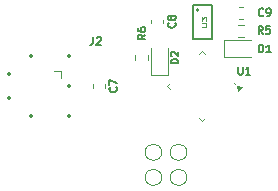
<source format=gbr>
%TF.GenerationSoftware,KiCad,Pcbnew,8.0.8*%
%TF.CreationDate,2025-03-24T11:25:52+01:00*%
%TF.ProjectId,RF_HID_dongle_test,52465f48-4944-45f6-946f-6e676c655f74,rev?*%
%TF.SameCoordinates,Original*%
%TF.FileFunction,Legend,Top*%
%TF.FilePolarity,Positive*%
%FSLAX46Y46*%
G04 Gerber Fmt 4.6, Leading zero omitted, Abs format (unit mm)*
G04 Created by KiCad (PCBNEW 8.0.8) date 2025-03-24 11:25:52*
%MOMM*%
%LPD*%
G01*
G04 APERTURE LIST*
%ADD10C,0.150000*%
%ADD11C,0.100000*%
%ADD12C,0.120000*%
%ADD13C,0.200000*%
%ADD14C,0.350000*%
G04 APERTURE END LIST*
D10*
X146920237Y-126092902D02*
X146920237Y-125442902D01*
X146920237Y-125442902D02*
X147074999Y-125442902D01*
X147074999Y-125442902D02*
X147167856Y-125473854D01*
X147167856Y-125473854D02*
X147229761Y-125535759D01*
X147229761Y-125535759D02*
X147260714Y-125597664D01*
X147260714Y-125597664D02*
X147291666Y-125721473D01*
X147291666Y-125721473D02*
X147291666Y-125814330D01*
X147291666Y-125814330D02*
X147260714Y-125938140D01*
X147260714Y-125938140D02*
X147229761Y-126000045D01*
X147229761Y-126000045D02*
X147167856Y-126061950D01*
X147167856Y-126061950D02*
X147074999Y-126092902D01*
X147074999Y-126092902D02*
X146920237Y-126092902D01*
X147910714Y-126092902D02*
X147539285Y-126092902D01*
X147724999Y-126092902D02*
X147724999Y-125442902D01*
X147724999Y-125442902D02*
X147663095Y-125535759D01*
X147663095Y-125535759D02*
X147601190Y-125597664D01*
X147601190Y-125597664D02*
X147539285Y-125628616D01*
X132883333Y-124792902D02*
X132883333Y-125257188D01*
X132883333Y-125257188D02*
X132852380Y-125350045D01*
X132852380Y-125350045D02*
X132790476Y-125411950D01*
X132790476Y-125411950D02*
X132697618Y-125442902D01*
X132697618Y-125442902D02*
X132635714Y-125442902D01*
X133161904Y-124854807D02*
X133192856Y-124823854D01*
X133192856Y-124823854D02*
X133254761Y-124792902D01*
X133254761Y-124792902D02*
X133409523Y-124792902D01*
X133409523Y-124792902D02*
X133471428Y-124823854D01*
X133471428Y-124823854D02*
X133502380Y-124854807D01*
X133502380Y-124854807D02*
X133533333Y-124916711D01*
X133533333Y-124916711D02*
X133533333Y-124978616D01*
X133533333Y-124978616D02*
X133502380Y-125071473D01*
X133502380Y-125071473D02*
X133130952Y-125442902D01*
X133130952Y-125442902D02*
X133533333Y-125442902D01*
X147291666Y-122980997D02*
X147260714Y-123011950D01*
X147260714Y-123011950D02*
X147167856Y-123042902D01*
X147167856Y-123042902D02*
X147105952Y-123042902D01*
X147105952Y-123042902D02*
X147013095Y-123011950D01*
X147013095Y-123011950D02*
X146951190Y-122950045D01*
X146951190Y-122950045D02*
X146920237Y-122888140D01*
X146920237Y-122888140D02*
X146889285Y-122764330D01*
X146889285Y-122764330D02*
X146889285Y-122671473D01*
X146889285Y-122671473D02*
X146920237Y-122547664D01*
X146920237Y-122547664D02*
X146951190Y-122485759D01*
X146951190Y-122485759D02*
X147013095Y-122423854D01*
X147013095Y-122423854D02*
X147105952Y-122392902D01*
X147105952Y-122392902D02*
X147167856Y-122392902D01*
X147167856Y-122392902D02*
X147260714Y-122423854D01*
X147260714Y-122423854D02*
X147291666Y-122454807D01*
X147601190Y-123042902D02*
X147724999Y-123042902D01*
X147724999Y-123042902D02*
X147786904Y-123011950D01*
X147786904Y-123011950D02*
X147817856Y-122980997D01*
X147817856Y-122980997D02*
X147879761Y-122888140D01*
X147879761Y-122888140D02*
X147910714Y-122764330D01*
X147910714Y-122764330D02*
X147910714Y-122516711D01*
X147910714Y-122516711D02*
X147879761Y-122454807D01*
X147879761Y-122454807D02*
X147848809Y-122423854D01*
X147848809Y-122423854D02*
X147786904Y-122392902D01*
X147786904Y-122392902D02*
X147663095Y-122392902D01*
X147663095Y-122392902D02*
X147601190Y-122423854D01*
X147601190Y-122423854D02*
X147570237Y-122454807D01*
X147570237Y-122454807D02*
X147539285Y-122516711D01*
X147539285Y-122516711D02*
X147539285Y-122671473D01*
X147539285Y-122671473D02*
X147570237Y-122733378D01*
X147570237Y-122733378D02*
X147601190Y-122764330D01*
X147601190Y-122764330D02*
X147663095Y-122795283D01*
X147663095Y-122795283D02*
X147786904Y-122795283D01*
X147786904Y-122795283D02*
X147848809Y-122764330D01*
X147848809Y-122764330D02*
X147879761Y-122733378D01*
X147879761Y-122733378D02*
X147910714Y-122671473D01*
X145154762Y-127342902D02*
X145154762Y-127869092D01*
X145154762Y-127869092D02*
X145185715Y-127930997D01*
X145185715Y-127930997D02*
X145216667Y-127961950D01*
X145216667Y-127961950D02*
X145278572Y-127992902D01*
X145278572Y-127992902D02*
X145402381Y-127992902D01*
X145402381Y-127992902D02*
X145464286Y-127961950D01*
X145464286Y-127961950D02*
X145495239Y-127930997D01*
X145495239Y-127930997D02*
X145526191Y-127869092D01*
X145526191Y-127869092D02*
X145526191Y-127342902D01*
X146176191Y-127992902D02*
X145804762Y-127992902D01*
X145990476Y-127992902D02*
X145990476Y-127342902D01*
X145990476Y-127342902D02*
X145928572Y-127435759D01*
X145928572Y-127435759D02*
X145866667Y-127497664D01*
X145866667Y-127497664D02*
X145804762Y-127528616D01*
X134830997Y-129058333D02*
X134861950Y-129089285D01*
X134861950Y-129089285D02*
X134892902Y-129182143D01*
X134892902Y-129182143D02*
X134892902Y-129244047D01*
X134892902Y-129244047D02*
X134861950Y-129336904D01*
X134861950Y-129336904D02*
X134800045Y-129398809D01*
X134800045Y-129398809D02*
X134738140Y-129429762D01*
X134738140Y-129429762D02*
X134614330Y-129460714D01*
X134614330Y-129460714D02*
X134521473Y-129460714D01*
X134521473Y-129460714D02*
X134397664Y-129429762D01*
X134397664Y-129429762D02*
X134335759Y-129398809D01*
X134335759Y-129398809D02*
X134273854Y-129336904D01*
X134273854Y-129336904D02*
X134242902Y-129244047D01*
X134242902Y-129244047D02*
X134242902Y-129182143D01*
X134242902Y-129182143D02*
X134273854Y-129089285D01*
X134273854Y-129089285D02*
X134304807Y-129058333D01*
X134242902Y-128841666D02*
X134242902Y-128408333D01*
X134242902Y-128408333D02*
X134892902Y-128686904D01*
X139780997Y-123608333D02*
X139811950Y-123639285D01*
X139811950Y-123639285D02*
X139842902Y-123732143D01*
X139842902Y-123732143D02*
X139842902Y-123794047D01*
X139842902Y-123794047D02*
X139811950Y-123886904D01*
X139811950Y-123886904D02*
X139750045Y-123948809D01*
X139750045Y-123948809D02*
X139688140Y-123979762D01*
X139688140Y-123979762D02*
X139564330Y-124010714D01*
X139564330Y-124010714D02*
X139471473Y-124010714D01*
X139471473Y-124010714D02*
X139347664Y-123979762D01*
X139347664Y-123979762D02*
X139285759Y-123948809D01*
X139285759Y-123948809D02*
X139223854Y-123886904D01*
X139223854Y-123886904D02*
X139192902Y-123794047D01*
X139192902Y-123794047D02*
X139192902Y-123732143D01*
X139192902Y-123732143D02*
X139223854Y-123639285D01*
X139223854Y-123639285D02*
X139254807Y-123608333D01*
X139471473Y-123236904D02*
X139440521Y-123298809D01*
X139440521Y-123298809D02*
X139409569Y-123329762D01*
X139409569Y-123329762D02*
X139347664Y-123360714D01*
X139347664Y-123360714D02*
X139316711Y-123360714D01*
X139316711Y-123360714D02*
X139254807Y-123329762D01*
X139254807Y-123329762D02*
X139223854Y-123298809D01*
X139223854Y-123298809D02*
X139192902Y-123236904D01*
X139192902Y-123236904D02*
X139192902Y-123113095D01*
X139192902Y-123113095D02*
X139223854Y-123051190D01*
X139223854Y-123051190D02*
X139254807Y-123020238D01*
X139254807Y-123020238D02*
X139316711Y-122989285D01*
X139316711Y-122989285D02*
X139347664Y-122989285D01*
X139347664Y-122989285D02*
X139409569Y-123020238D01*
X139409569Y-123020238D02*
X139440521Y-123051190D01*
X139440521Y-123051190D02*
X139471473Y-123113095D01*
X139471473Y-123113095D02*
X139471473Y-123236904D01*
X139471473Y-123236904D02*
X139502426Y-123298809D01*
X139502426Y-123298809D02*
X139533378Y-123329762D01*
X139533378Y-123329762D02*
X139595283Y-123360714D01*
X139595283Y-123360714D02*
X139719092Y-123360714D01*
X139719092Y-123360714D02*
X139780997Y-123329762D01*
X139780997Y-123329762D02*
X139811950Y-123298809D01*
X139811950Y-123298809D02*
X139842902Y-123236904D01*
X139842902Y-123236904D02*
X139842902Y-123113095D01*
X139842902Y-123113095D02*
X139811950Y-123051190D01*
X139811950Y-123051190D02*
X139780997Y-123020238D01*
X139780997Y-123020238D02*
X139719092Y-122989285D01*
X139719092Y-122989285D02*
X139595283Y-122989285D01*
X139595283Y-122989285D02*
X139533378Y-123020238D01*
X139533378Y-123020238D02*
X139502426Y-123051190D01*
X139502426Y-123051190D02*
X139471473Y-123113095D01*
X147241666Y-124542902D02*
X147024999Y-124233378D01*
X146870237Y-124542902D02*
X146870237Y-123892902D01*
X146870237Y-123892902D02*
X147117856Y-123892902D01*
X147117856Y-123892902D02*
X147179761Y-123923854D01*
X147179761Y-123923854D02*
X147210714Y-123954807D01*
X147210714Y-123954807D02*
X147241666Y-124016711D01*
X147241666Y-124016711D02*
X147241666Y-124109569D01*
X147241666Y-124109569D02*
X147210714Y-124171473D01*
X147210714Y-124171473D02*
X147179761Y-124202426D01*
X147179761Y-124202426D02*
X147117856Y-124233378D01*
X147117856Y-124233378D02*
X146870237Y-124233378D01*
X147829761Y-123892902D02*
X147520237Y-123892902D01*
X147520237Y-123892902D02*
X147489285Y-124202426D01*
X147489285Y-124202426D02*
X147520237Y-124171473D01*
X147520237Y-124171473D02*
X147582142Y-124140521D01*
X147582142Y-124140521D02*
X147736904Y-124140521D01*
X147736904Y-124140521D02*
X147798809Y-124171473D01*
X147798809Y-124171473D02*
X147829761Y-124202426D01*
X147829761Y-124202426D02*
X147860714Y-124264330D01*
X147860714Y-124264330D02*
X147860714Y-124419092D01*
X147860714Y-124419092D02*
X147829761Y-124480997D01*
X147829761Y-124480997D02*
X147798809Y-124511950D01*
X147798809Y-124511950D02*
X147736904Y-124542902D01*
X147736904Y-124542902D02*
X147582142Y-124542902D01*
X147582142Y-124542902D02*
X147520237Y-124511950D01*
X147520237Y-124511950D02*
X147489285Y-124480997D01*
D11*
X142059847Y-123930952D02*
X142383657Y-123930952D01*
X142383657Y-123930952D02*
X142421752Y-123907142D01*
X142421752Y-123907142D02*
X142440800Y-123883333D01*
X142440800Y-123883333D02*
X142459847Y-123835714D01*
X142459847Y-123835714D02*
X142459847Y-123740476D01*
X142459847Y-123740476D02*
X142440800Y-123692857D01*
X142440800Y-123692857D02*
X142421752Y-123669047D01*
X142421752Y-123669047D02*
X142383657Y-123645238D01*
X142383657Y-123645238D02*
X142059847Y-123645238D01*
X142059847Y-123454761D02*
X142059847Y-123145237D01*
X142059847Y-123145237D02*
X142212228Y-123311904D01*
X142212228Y-123311904D02*
X142212228Y-123240475D01*
X142212228Y-123240475D02*
X142231276Y-123192856D01*
X142231276Y-123192856D02*
X142250323Y-123169047D01*
X142250323Y-123169047D02*
X142288419Y-123145237D01*
X142288419Y-123145237D02*
X142383657Y-123145237D01*
X142383657Y-123145237D02*
X142421752Y-123169047D01*
X142421752Y-123169047D02*
X142440800Y-123192856D01*
X142440800Y-123192856D02*
X142459847Y-123240475D01*
X142459847Y-123240475D02*
X142459847Y-123383332D01*
X142459847Y-123383332D02*
X142440800Y-123430951D01*
X142440800Y-123430951D02*
X142421752Y-123454761D01*
D10*
X137292902Y-124608333D02*
X136983378Y-124825000D01*
X137292902Y-124979762D02*
X136642902Y-124979762D01*
X136642902Y-124979762D02*
X136642902Y-124732143D01*
X136642902Y-124732143D02*
X136673854Y-124670238D01*
X136673854Y-124670238D02*
X136704807Y-124639285D01*
X136704807Y-124639285D02*
X136766711Y-124608333D01*
X136766711Y-124608333D02*
X136859569Y-124608333D01*
X136859569Y-124608333D02*
X136921473Y-124639285D01*
X136921473Y-124639285D02*
X136952426Y-124670238D01*
X136952426Y-124670238D02*
X136983378Y-124732143D01*
X136983378Y-124732143D02*
X136983378Y-124979762D01*
X136642902Y-124051190D02*
X136642902Y-124175000D01*
X136642902Y-124175000D02*
X136673854Y-124236904D01*
X136673854Y-124236904D02*
X136704807Y-124267857D01*
X136704807Y-124267857D02*
X136797664Y-124329762D01*
X136797664Y-124329762D02*
X136921473Y-124360714D01*
X136921473Y-124360714D02*
X137169092Y-124360714D01*
X137169092Y-124360714D02*
X137230997Y-124329762D01*
X137230997Y-124329762D02*
X137261950Y-124298809D01*
X137261950Y-124298809D02*
X137292902Y-124236904D01*
X137292902Y-124236904D02*
X137292902Y-124113095D01*
X137292902Y-124113095D02*
X137261950Y-124051190D01*
X137261950Y-124051190D02*
X137230997Y-124020238D01*
X137230997Y-124020238D02*
X137169092Y-123989285D01*
X137169092Y-123989285D02*
X137014330Y-123989285D01*
X137014330Y-123989285D02*
X136952426Y-124020238D01*
X136952426Y-124020238D02*
X136921473Y-124051190D01*
X136921473Y-124051190D02*
X136890521Y-124113095D01*
X136890521Y-124113095D02*
X136890521Y-124236904D01*
X136890521Y-124236904D02*
X136921473Y-124298809D01*
X136921473Y-124298809D02*
X136952426Y-124329762D01*
X136952426Y-124329762D02*
X137014330Y-124360714D01*
X140092902Y-127029762D02*
X139442902Y-127029762D01*
X139442902Y-127029762D02*
X139442902Y-126875000D01*
X139442902Y-126875000D02*
X139473854Y-126782143D01*
X139473854Y-126782143D02*
X139535759Y-126720238D01*
X139535759Y-126720238D02*
X139597664Y-126689285D01*
X139597664Y-126689285D02*
X139721473Y-126658333D01*
X139721473Y-126658333D02*
X139814330Y-126658333D01*
X139814330Y-126658333D02*
X139938140Y-126689285D01*
X139938140Y-126689285D02*
X140000045Y-126720238D01*
X140000045Y-126720238D02*
X140061950Y-126782143D01*
X140061950Y-126782143D02*
X140092902Y-126875000D01*
X140092902Y-126875000D02*
X140092902Y-127029762D01*
X139504807Y-126410714D02*
X139473854Y-126379762D01*
X139473854Y-126379762D02*
X139442902Y-126317857D01*
X139442902Y-126317857D02*
X139442902Y-126163095D01*
X139442902Y-126163095D02*
X139473854Y-126101190D01*
X139473854Y-126101190D02*
X139504807Y-126070238D01*
X139504807Y-126070238D02*
X139566711Y-126039285D01*
X139566711Y-126039285D02*
X139628616Y-126039285D01*
X139628616Y-126039285D02*
X139721473Y-126070238D01*
X139721473Y-126070238D02*
X140092902Y-126441666D01*
X140092902Y-126441666D02*
X140092902Y-126039285D01*
D12*
%TO.C,D1*%
X143915000Y-125065000D02*
X143915000Y-126535000D01*
X143915000Y-126535000D02*
X146199998Y-126534999D01*
X146199999Y-125065001D02*
X143915000Y-125065000D01*
%TO.C,J2*%
X129529995Y-127680001D02*
X130164997Y-127679999D01*
X130164997Y-127679999D02*
X130164997Y-128315001D01*
%TO.C,C9*%
X145259419Y-122240001D02*
X145540581Y-122240000D01*
X145259419Y-123260000D02*
X145540581Y-123259999D01*
%TO.C,U1*%
X139116007Y-128949999D02*
X139363496Y-129197488D01*
X139363498Y-128702511D02*
X139116007Y-128949999D01*
X141852512Y-126213496D02*
X142100001Y-125966007D01*
X142099999Y-131933993D02*
X141852511Y-131686502D01*
X142100001Y-125966007D02*
X142347489Y-126213498D01*
X142347488Y-131686504D02*
X142099999Y-131933993D01*
X144836504Y-128702512D02*
X144914286Y-128780293D01*
X145487041Y-129013639D02*
X145147632Y-129353053D01*
X145083993Y-128950001D01*
X145487041Y-129013639D01*
G36*
X145487041Y-129013639D02*
G01*
X145147632Y-129353053D01*
X145083993Y-128950001D01*
X145487041Y-129013639D01*
G37*
%TO.C,TP3*%
X138675000Y-134575000D02*
G75*
G02*
X137275000Y-134575000I-700000J0D01*
G01*
X137275000Y-134575000D02*
G75*
G02*
X138675000Y-134575000I700000J0D01*
G01*
%TO.C,C7*%
X132840001Y-129090581D02*
X132840000Y-128809419D01*
X133860000Y-129090581D02*
X133859999Y-128809419D01*
%TO.C,TP4*%
X140800000Y-136700000D02*
G75*
G02*
X139400000Y-136700000I-700000J0D01*
G01*
X139400000Y-136700000D02*
G75*
G02*
X140800000Y-136700000I700000J0D01*
G01*
%TO.C,TP2*%
X140800000Y-134575000D02*
G75*
G02*
X139400000Y-134575000I-700000J0D01*
G01*
X139400000Y-134575000D02*
G75*
G02*
X140800000Y-134575000I700000J0D01*
G01*
%TO.C,C8*%
X137790001Y-123359419D02*
X137790000Y-123640581D01*
X138810000Y-123359419D02*
X138809999Y-123640581D01*
%TO.C,R5*%
X145162742Y-123752500D02*
X145637258Y-123752500D01*
X145162742Y-124797500D02*
X145637258Y-124797500D01*
D10*
%TO.C,U3*%
X141300000Y-122100000D02*
X142900000Y-122100000D01*
X141300000Y-125000000D02*
X141300000Y-122100000D01*
X142900000Y-122100000D02*
X142900000Y-125000000D01*
X142900000Y-125000000D02*
X141300000Y-125000000D01*
D13*
X141799999Y-122500000D02*
G75*
G02*
X141599999Y-122500000I-100000J0D01*
G01*
X141599999Y-122500000D02*
G75*
G02*
X141799999Y-122500000I100000J0D01*
G01*
D12*
%TO.C,R6*%
X136452499Y-126787257D02*
X136452499Y-126312741D01*
X137497499Y-126787257D02*
X137497499Y-126312741D01*
%TO.C,TP1*%
X138675000Y-136700000D02*
G75*
G02*
X137275000Y-136700000I-700000J0D01*
G01*
X137275000Y-136700000D02*
G75*
G02*
X138675000Y-136700000I700000J0D01*
G01*
%TO.C,D2*%
X137765001Y-125750003D02*
X137765001Y-128035002D01*
X137765001Y-128035002D02*
X139234999Y-128035001D01*
X139234999Y-128035001D02*
X139235002Y-125750003D01*
%TD*%
D14*
X130800000Y-128950000D03*
X130799997Y-131489999D03*
X130799997Y-126409999D03*
X127624996Y-131489999D03*
X127624996Y-126409999D03*
X125719995Y-129966001D03*
X125719995Y-127933998D03*
M02*

</source>
